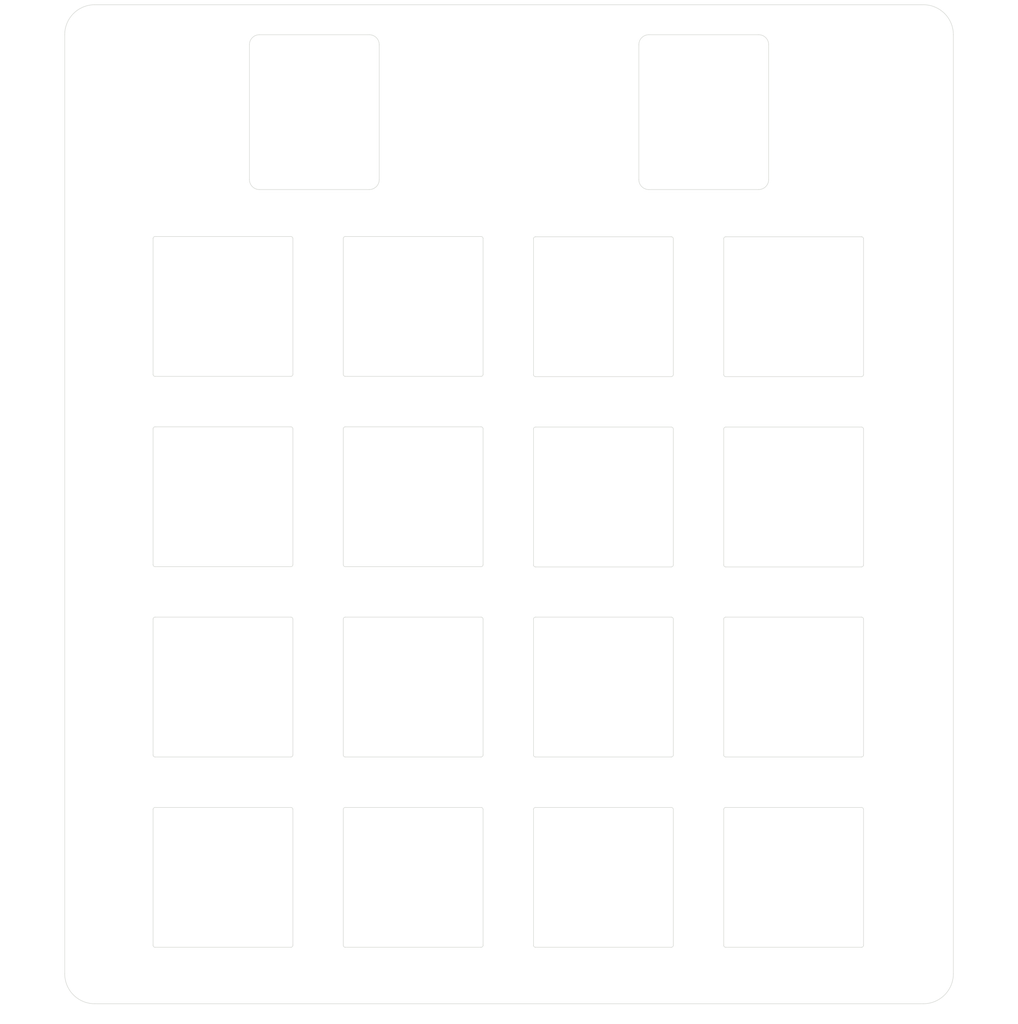
<source format=kicad_pcb>
(kicad_pcb (version 20171130) (host pcbnew "(5.1.5)-3")

  (general
    (thickness 1.6)
    (drawings 152)
    (tracks 0)
    (zones 0)
    (modules 4)
    (nets 1)
  )

  (page A4)
  (layers
    (0 F.Cu signal)
    (31 B.Cu signal)
    (32 B.Adhes user)
    (33 F.Adhes user)
    (34 B.Paste user)
    (35 F.Paste user)
    (36 B.SilkS user)
    (37 F.SilkS user)
    (38 B.Mask user)
    (39 F.Mask user)
    (40 Dwgs.User user)
    (41 Cmts.User user)
    (42 Eco1.User user)
    (43 Eco2.User user)
    (44 Edge.Cuts user)
    (45 Margin user)
    (46 B.CrtYd user)
    (47 F.CrtYd user)
    (48 B.Fab user)
    (49 F.Fab user)
  )

  (setup
    (last_trace_width 0.25)
    (trace_clearance 0.2)
    (zone_clearance 0.508)
    (zone_45_only no)
    (trace_min 0.2)
    (via_size 0.8)
    (via_drill 0.4)
    (via_min_size 0.4)
    (via_min_drill 0.3)
    (uvia_size 0.3)
    (uvia_drill 0.1)
    (uvias_allowed no)
    (uvia_min_size 0.2)
    (uvia_min_drill 0.1)
    (edge_width 0.05)
    (segment_width 0.2)
    (pcb_text_width 0.3)
    (pcb_text_size 1.5 1.5)
    (mod_edge_width 0.12)
    (mod_text_size 1 1)
    (mod_text_width 0.15)
    (pad_size 1.524 1.524)
    (pad_drill 0.762)
    (pad_to_mask_clearance 0.051)
    (solder_mask_min_width 0.25)
    (aux_axis_origin 0 0)
    (visible_elements 7FFFFFFF)
    (pcbplotparams
      (layerselection 0x01000_7ffffffe)
      (usegerberextensions false)
      (usegerberattributes false)
      (usegerberadvancedattributes false)
      (creategerberjobfile false)
      (excludeedgelayer true)
      (linewidth 0.100000)
      (plotframeref false)
      (viasonmask false)
      (mode 1)
      (useauxorigin false)
      (hpglpennumber 1)
      (hpglpenspeed 20)
      (hpglpendiameter 15.000000)
      (psnegative false)
      (psa4output false)
      (plotreference true)
      (plotvalue true)
      (plotinvisibletext false)
      (padsonsilk false)
      (subtractmaskfromsilk false)
      (outputformat 3)
      (mirror false)
      (drillshape 0)
      (scaleselection 1)
      (outputdirectory "./"))
  )

  (net 0 "")

  (net_class Default "This is the default net class."
    (clearance 0.2)
    (trace_width 0.25)
    (via_dia 0.8)
    (via_drill 0.4)
    (uvia_dia 0.3)
    (uvia_drill 0.1)
  )

  (module MountingHole:MountingHole_3.2mm_M3 (layer F.Cu) (tedit 56D1B4CB) (tstamp 5F3C3154)
    (at 188.15 148.55)
    (descr "Mounting Hole 3.2mm, no annular, M3")
    (tags "mounting hole 3.2mm no annular m3")
    (attr virtual)
    (fp_text reference REF** (at 0 -4.2) (layer F.SilkS) hide
      (effects (font (size 1 1) (thickness 0.15)))
    )
    (fp_text value MountingHole_3.2mm_M3 (at 0 4.2) (layer F.Fab)
      (effects (font (size 1 1) (thickness 0.15)))
    )
    (fp_text user %R (at 0.3 0) (layer F.Fab) hide
      (effects (font (size 1 1) (thickness 0.15)))
    )
    (fp_circle (center 0 0) (end 3.2 0) (layer Cmts.User) (width 0.15))
    (fp_circle (center 0 0) (end 3.45 0) (layer F.CrtYd) (width 0.05))
    (pad 1 np_thru_hole circle (at 0 0) (size 3.2 3.2) (drill 3.2) (layers *.Cu *.Mask))
  )

  (module MountingHole:MountingHole_3.2mm_M3 (layer F.Cu) (tedit 56D1B4CB) (tstamp 5F3C3146)
    (at 105.15 148.55)
    (descr "Mounting Hole 3.2mm, no annular, M3")
    (tags "mounting hole 3.2mm no annular m3")
    (attr virtual)
    (fp_text reference REF** (at 0 -4.2) (layer F.SilkS) hide
      (effects (font (size 1 1) (thickness 0.15)))
    )
    (fp_text value MountingHole_3.2mm_M3 (at 0 4.2) (layer F.Fab)
      (effects (font (size 1 1) (thickness 0.15)))
    )
    (fp_circle (center 0 0) (end 3.45 0) (layer F.CrtYd) (width 0.05))
    (fp_circle (center 0 0) (end 3.2 0) (layer Cmts.User) (width 0.15))
    (fp_text user %R (at 0.3 0) (layer F.Fab) hide
      (effects (font (size 1 1) (thickness 0.15)))
    )
    (pad 1 np_thru_hole circle (at 0 0) (size 3.2 3.2) (drill 3.2) (layers *.Cu *.Mask))
  )

  (module MountingHole:MountingHole_3.2mm_M3 (layer F.Cu) (tedit 56D1B4CB) (tstamp 5F3C3138)
    (at 105.15 54.55)
    (descr "Mounting Hole 3.2mm, no annular, M3")
    (tags "mounting hole 3.2mm no annular m3")
    (attr virtual)
    (fp_text reference REF** (at 0 -4.2) (layer F.SilkS) hide
      (effects (font (size 1 1) (thickness 0.15)))
    )
    (fp_text value MountingHole_3.2mm_M3 (at 0 4.2) (layer F.Fab)
      (effects (font (size 1 1) (thickness 0.15)))
    )
    (fp_text user %R (at 0.3 0) (layer F.Fab) hide
      (effects (font (size 1 1) (thickness 0.15)))
    )
    (fp_circle (center 0 0) (end 3.2 0) (layer Cmts.User) (width 0.15))
    (fp_circle (center 0 0) (end 3.45 0) (layer F.CrtYd) (width 0.05))
    (pad 1 np_thru_hole circle (at 0 0) (size 3.2 3.2) (drill 3.2) (layers *.Cu *.Mask))
  )

  (module MountingHole:MountingHole_3.2mm_M3 (layer F.Cu) (tedit 56D1B4CB) (tstamp 5F3C311B)
    (at 188.15 54.55)
    (descr "Mounting Hole 3.2mm, no annular, M3")
    (tags "mounting hole 3.2mm no annular m3")
    (attr virtual)
    (fp_text reference REF** (at 0 -4.2) (layer F.SilkS) hide
      (effects (font (size 1 1) (thickness 0.15)))
    )
    (fp_text value MountingHole_3.2mm_M3 (at 0 4.2) (layer F.Fab)
      (effects (font (size 1 1) (thickness 0.15)))
    )
    (fp_circle (center 0 0) (end 3.45 0) (layer F.CrtYd) (width 0.05))
    (fp_circle (center 0 0) (end 3.2 0) (layer Cmts.User) (width 0.15))
    (fp_text user %R (at 0.3 0) (layer F.Fab) hide
      (effects (font (size 1 1) (thickness 0.15)))
    )
    (pad 1 np_thru_hole circle (at 0 0) (size 3.2 3.2) (drill 3.2) (layers *.Cu *.Mask))
  )

  (gr_arc (start 188.15 54.55) (end 191.15 54.55) (angle -90) (layer Edge.Cuts) (width 0.05))
  (gr_arc (start 181.949999 88.574999) (end 181.95 88.775) (angle -90) (layer Edge.Cuts) (width 0.05) (tstamp 5F3BD8AB))
  (gr_line (start 181.95 88.775) (end 168.35 88.775) (layer Edge.Cuts) (width 0.05) (tstamp 5F3BD8AA))
  (gr_line (start 182.149999 74.975) (end 182.149999 88.575) (layer Edge.Cuts) (width 0.05) (tstamp 5F3BD8A9))
  (gr_arc (start 168.35 74.974999) (end 168.35 74.775) (angle -90) (layer Edge.Cuts) (width 0.05) (tstamp 5F3BD8A8))
  (gr_arc (start 168.35 88.574999) (end 168.15 88.575) (angle -90) (layer Edge.Cuts) (width 0.05) (tstamp 5F3BD8A7))
  (gr_arc (start 181.949999 74.975) (end 182.149999 74.975) (angle -90) (layer Edge.Cuts) (width 0.05) (tstamp 5F3BD8A6))
  (gr_line (start 168.15 88.575) (end 168.15 74.974999) (layer Edge.Cuts) (width 0.05) (tstamp 5F3BD8A5))
  (gr_line (start 168.35 74.775) (end 181.95 74.775) (layer Edge.Cuts) (width 0.05) (tstamp 5F3BD8A4))
  (gr_line (start 168.35 93.825) (end 181.95 93.825) (layer Edge.Cuts) (width 0.05) (tstamp 5F3BD8A3))
  (gr_line (start 182.149999 94.025) (end 182.149999 107.625) (layer Edge.Cuts) (width 0.05) (tstamp 5F3BD8A2))
  (gr_arc (start 181.95 94.025) (end 182.149999 94.025) (angle -90) (layer Edge.Cuts) (width 0.05) (tstamp 5F3BD8A1))
  (gr_arc (start 168.35 107.625) (end 168.15 107.625) (angle -90) (layer Edge.Cuts) (width 0.05) (tstamp 5F3BD8A0))
  (gr_line (start 181.95 107.825) (end 168.35 107.825) (layer Edge.Cuts) (width 0.05) (tstamp 5F3BD89F))
  (gr_arc (start 181.949999 107.625) (end 181.95 107.825) (angle -90) (layer Edge.Cuts) (width 0.05) (tstamp 5F3BD89E))
  (gr_line (start 168.15 107.625) (end 168.15 94.024999) (layer Edge.Cuts) (width 0.05) (tstamp 5F3BD89D))
  (gr_arc (start 168.35 94.025) (end 168.35 93.825) (angle -90) (layer Edge.Cuts) (width 0.05) (tstamp 5F3BD89C))
  (gr_line (start 149.1 88.575) (end 149.1 74.974999) (layer Edge.Cuts) (width 0.05) (tstamp 5F3BD89B))
  (gr_arc (start 162.899999 88.575) (end 162.9 88.775) (angle -90) (layer Edge.Cuts) (width 0.05) (tstamp 5F3BD89A))
  (gr_arc (start 149.299999 74.974999) (end 149.3 74.775) (angle -90) (layer Edge.Cuts) (width 0.05) (tstamp 5F3BD899))
  (gr_arc (start 162.899999 107.625) (end 162.9 107.825) (angle -90) (layer Edge.Cuts) (width 0.05) (tstamp 5F3BD898))
  (gr_line (start 163.1 74.975) (end 163.1 88.575) (layer Edge.Cuts) (width 0.05) (tstamp 5F3BD897))
  (gr_line (start 162.9 88.775) (end 149.299999 88.775) (layer Edge.Cuts) (width 0.05) (tstamp 5F3BD896))
  (gr_arc (start 149.3 94.025) (end 149.299999 93.825) (angle -90) (layer Edge.Cuts) (width 0.05) (tstamp 5F3BD895))
  (gr_arc (start 149.3 107.624999) (end 149.1 107.625) (angle -90) (layer Edge.Cuts) (width 0.05) (tstamp 5F3BD894))
  (gr_line (start 163.1 94.025) (end 163.1 107.625) (layer Edge.Cuts) (width 0.05) (tstamp 5F3BD893))
  (gr_arc (start 162.9 94.024999) (end 163.1 94.025) (angle -90) (layer Edge.Cuts) (width 0.05) (tstamp 5F3BD892))
  (gr_line (start 149.299999 93.825) (end 162.9 93.825) (layer Edge.Cuts) (width 0.05) (tstamp 5F3BD891))
  (gr_line (start 162.9 107.825) (end 149.3 107.825) (layer Edge.Cuts) (width 0.05) (tstamp 5F3BD890))
  (gr_line (start 149.1 107.625) (end 149.1 94.024999) (layer Edge.Cuts) (width 0.05) (tstamp 5F3BD88F))
  (gr_arc (start 149.3 88.574999) (end 149.1 88.575) (angle -90) (layer Edge.Cuts) (width 0.05) (tstamp 5F3BD88E))
  (gr_arc (start 162.9 74.975) (end 163.1 74.975) (angle -90) (layer Edge.Cuts) (width 0.05) (tstamp 5F3BD88D))
  (gr_line (start 149.3 74.775) (end 162.899999 74.775) (layer Edge.Cuts) (width 0.05) (tstamp 5F3BD88C))
  (gr_line (start 159.65 69.05) (end 159.65 55.55) (layer Edge.Cuts) (width 0.05))
  (gr_line (start 168.35 112.85) (end 181.949999 112.85) (layer Edge.Cuts) (width 0.05))
  (gr_arc (start 121.65 55.549999) (end 121.65 54.55) (angle -90) (layer Edge.Cuts) (width 0.05) (tstamp 5F3BD5F5))
  (gr_arc (start 160.65 69.05) (end 159.65 69.05) (angle -90) (layer Edge.Cuts) (width 0.05))
  (gr_line (start 171.65 70.05) (end 160.65 70.05) (layer Edge.Cuts) (width 0.05))
  (gr_line (start 181.949999 126.85) (end 168.35 126.85) (layer Edge.Cuts) (width 0.05))
  (gr_line (start 182.149999 113.05) (end 182.149999 126.65) (layer Edge.Cuts) (width 0.05))
  (gr_arc (start 143.849999 88.549999) (end 143.85 88.75) (angle -90) (layer Edge.Cuts) (width 0.05))
  (gr_arc (start 168.35 113.05) (end 168.35 112.85) (angle -90) (layer Edge.Cuts) (width 0.05))
  (gr_line (start 133.65 55.55) (end 133.65 69.05) (layer Edge.Cuts) (width 0.05))
  (gr_arc (start 121.65 69.05) (end 120.65 69.05) (angle -90) (layer Edge.Cuts) (width 0.05))
  (gr_line (start 168.15 126.65) (end 168.15 113.05) (layer Edge.Cuts) (width 0.05))
  (gr_line (start 143.85 88.75) (end 130.25 88.75) (layer Edge.Cuts) (width 0.05))
  (gr_arc (start 168.35 126.65) (end 168.15 126.65) (angle -90) (layer Edge.Cuts) (width 0.05))
  (gr_line (start 144.049999 74.95) (end 144.049999 88.55) (layer Edge.Cuts) (width 0.05))
  (gr_arc (start 130.25 74.949999) (end 130.25 74.75) (angle -90) (layer Edge.Cuts) (width 0.05))
  (gr_arc (start 132.65 55.549999) (end 133.65 55.55) (angle -90) (layer Edge.Cuts) (width 0.05) (tstamp 5F3BD5F8))
  (gr_arc (start 181.949999 126.65) (end 181.949999 126.85) (angle -90) (layer Edge.Cuts) (width 0.05))
  (gr_arc (start 132.65 69.05) (end 132.65 70.05) (angle -90) (layer Edge.Cuts) (width 0.05))
  (gr_arc (start 130.25 88.549999) (end 130.05 88.55) (angle -90) (layer Edge.Cuts) (width 0.05))
  (gr_arc (start 181.949999 113.05) (end 182.149999 113.05) (angle -90) (layer Edge.Cuts) (width 0.05))
  (gr_arc (start 171.65 55.55) (end 172.65 55.55) (angle -90) (layer Edge.Cuts) (width 0.05))
  (gr_line (start 120.65 69.05) (end 120.650001 55.549999) (layer Edge.Cuts) (width 0.05))
  (gr_line (start 132.65 70.05) (end 121.65 70.05) (layer Edge.Cuts) (width 0.05))
  (gr_arc (start 143.849999 74.95) (end 144.049999 74.95) (angle -90) (layer Edge.Cuts) (width 0.05))
  (gr_line (start 130.05 88.55) (end 130.05 74.949999) (layer Edge.Cuts) (width 0.05))
  (gr_line (start 160.65 54.55) (end 171.649999 54.55) (layer Edge.Cuts) (width 0.05))
  (gr_arc (start 171.65 69.05) (end 171.65 70.05) (angle -90) (layer Edge.Cuts) (width 0.05))
  (gr_line (start 121.65 54.55) (end 132.65 54.55) (layer Edge.Cuts) (width 0.05) (tstamp 5F3BD5FB))
  (gr_line (start 130.25 74.75) (end 143.85 74.75) (layer Edge.Cuts) (width 0.05))
  (gr_arc (start 160.65 55.55) (end 160.65 54.55) (angle -90) (layer Edge.Cuts) (width 0.05))
  (gr_line (start 111.2 112.85) (end 124.8 112.85) (layer Edge.Cuts) (width 0.05))
  (gr_line (start 124.8 126.85) (end 111.2 126.85) (layer Edge.Cuts) (width 0.05))
  (gr_arc (start 162.899999 126.65) (end 162.9 126.85) (angle -90) (layer Edge.Cuts) (width 0.05))
  (gr_line (start 130.25 93.8) (end 143.85 93.8) (layer Edge.Cuts) (width 0.05))
  (gr_line (start 149.1 126.65) (end 149.1 113.05) (layer Edge.Cuts) (width 0.05))
  (gr_line (start 144.049999 94) (end 144.049999 107.6) (layer Edge.Cuts) (width 0.05))
  (gr_arc (start 143.85 94) (end 144.049999 94) (angle -90) (layer Edge.Cuts) (width 0.05))
  (gr_line (start 125 132.1) (end 125 145.7) (layer Edge.Cuts) (width 0.05))
  (gr_arc (start 181.949999 132.1) (end 182.149999 132.1) (angle -90) (layer Edge.Cuts) (width 0.05))
  (gr_arc (start 124.8 132.1) (end 125 132.1) (angle -90) (layer Edge.Cuts) (width 0.05))
  (gr_line (start 111 145.7) (end 111 132.1) (layer Edge.Cuts) (width 0.05))
  (gr_arc (start 111.199999 113.049999) (end 111.2 112.85) (angle -90) (layer Edge.Cuts) (width 0.05))
  (gr_arc (start 130.25 145.7) (end 130.05 145.7) (angle -90) (layer Edge.Cuts) (width 0.05))
  (gr_line (start 163.1 113.05) (end 163.1 126.65) (layer Edge.Cuts) (width 0.05))
  (gr_arc (start 130.25 107.6) (end 130.05 107.6) (angle -90) (layer Edge.Cuts) (width 0.05))
  (gr_arc (start 111.199999 132.1) (end 111.2 131.9) (angle -90) (layer Edge.Cuts) (width 0.05))
  (gr_line (start 124.8 145.9) (end 111.2 145.9) (layer Edge.Cuts) (width 0.05))
  (gr_arc (start 124.799999 126.65) (end 124.8 126.85) (angle -90) (layer Edge.Cuts) (width 0.05))
  (gr_line (start 125 113.05) (end 125 126.65) (layer Edge.Cuts) (width 0.05))
  (gr_line (start 130.05 145.7) (end 130.05 132.1) (layer Edge.Cuts) (width 0.05))
  (gr_arc (start 149.3 126.65) (end 149.1 126.65) (angle -90) (layer Edge.Cuts) (width 0.05))
  (gr_line (start 162.9 126.85) (end 149.3 126.85) (layer Edge.Cuts) (width 0.05))
  (gr_line (start 111.2 131.9) (end 124.8 131.9) (layer Edge.Cuts) (width 0.05))
  (gr_line (start 149.3 112.85) (end 162.9 112.85) (layer Edge.Cuts) (width 0.05))
  (gr_line (start 143.85 107.8) (end 130.25 107.8) (layer Edge.Cuts) (width 0.05))
  (gr_arc (start 143.849999 107.6) (end 143.85 107.8) (angle -90) (layer Edge.Cuts) (width 0.05))
  (gr_line (start 182.149999 132.1) (end 182.149999 145.7) (layer Edge.Cuts) (width 0.05))
  (gr_arc (start 111.2 126.65) (end 111 126.65) (angle -90) (layer Edge.Cuts) (width 0.05))
  (gr_line (start 144.049999 132.1) (end 144.049999 145.7) (layer Edge.Cuts) (width 0.05))
  (gr_arc (start 143.85 145.7) (end 143.85 145.9) (angle -90) (layer Edge.Cuts) (width 0.05))
  (gr_arc (start 162.9 113.05) (end 163.1 113.05) (angle -90) (layer Edge.Cuts) (width 0.05))
  (gr_line (start 111 126.65) (end 111 113.05) (layer Edge.Cuts) (width 0.05))
  (gr_arc (start 124.8 145.7) (end 124.8 145.9) (angle -90) (layer Edge.Cuts) (width 0.05))
  (gr_arc (start 143.849999 132.1) (end 144.049999 132.1) (angle -90) (layer Edge.Cuts) (width 0.05))
  (gr_arc (start 111.199999 145.7) (end 111 145.7) (angle -90) (layer Edge.Cuts) (width 0.05))
  (gr_arc (start 124.8 113.05) (end 125 113.05) (angle -90) (layer Edge.Cuts) (width 0.05))
  (gr_line (start 130.25 131.9) (end 143.85 131.9) (layer Edge.Cuts) (width 0.05))
  (gr_arc (start 130.249999 132.1) (end 130.25 131.9) (angle -90) (layer Edge.Cuts) (width 0.05))
  (gr_line (start 130.05 107.6) (end 130.05 93.999999) (layer Edge.Cuts) (width 0.05))
  (gr_line (start 143.85 145.9) (end 130.25 145.9) (layer Edge.Cuts) (width 0.05))
  (gr_arc (start 149.299999 113.049999) (end 149.3 112.85) (angle -90) (layer Edge.Cuts) (width 0.05))
  (gr_arc (start 130.25 94) (end 130.25 93.8) (angle -90) (layer Edge.Cuts) (width 0.05))
  (gr_line (start 111 88.55) (end 111 74.949999) (layer Edge.Cuts) (width 0.05))
  (gr_line (start 168.15 145.7) (end 168.15 132.1) (layer Edge.Cuts) (width 0.05))
  (gr_line (start 130.25 112.85) (end 143.85 112.85) (layer Edge.Cuts) (width 0.05))
  (gr_arc (start 124.799999 88.55) (end 124.8 88.75) (angle -90) (layer Edge.Cuts) (width 0.05))
  (gr_arc (start 111.199999 74.949999) (end 111.2 74.75) (angle -90) (layer Edge.Cuts) (width 0.05))
  (gr_arc (start 124.799999 107.6) (end 124.8 107.8) (angle -90) (layer Edge.Cuts) (width 0.05))
  (gr_arc (start 168.35 145.7) (end 168.15 145.7) (angle -90) (layer Edge.Cuts) (width 0.05))
  (gr_line (start 149.3 131.9) (end 162.9 131.9) (layer Edge.Cuts) (width 0.05))
  (gr_arc (start 130.249999 113.049999) (end 130.25 112.85) (angle -90) (layer Edge.Cuts) (width 0.05))
  (gr_line (start 144.049999 113.05) (end 144.049999 126.65) (layer Edge.Cuts) (width 0.05))
  (gr_line (start 163.1 132.1) (end 163.1 145.7) (layer Edge.Cuts) (width 0.05))
  (gr_line (start 125 74.95) (end 125 88.55) (layer Edge.Cuts) (width 0.05))
  (gr_line (start 181.949999 145.9) (end 168.35 145.9) (layer Edge.Cuts) (width 0.05))
  (gr_arc (start 149.3 145.7) (end 149.1 145.7) (angle -90) (layer Edge.Cuts) (width 0.05))
  (gr_line (start 124.8 88.75) (end 111.199999 88.75) (layer Edge.Cuts) (width 0.05))
  (gr_arc (start 111.2 94) (end 111.199999 93.8) (angle -90) (layer Edge.Cuts) (width 0.05))
  (gr_line (start 162.9 145.9) (end 149.3 145.9) (layer Edge.Cuts) (width 0.05))
  (gr_arc (start 111.2 107.599999) (end 111 107.6) (angle -90) (layer Edge.Cuts) (width 0.05))
  (gr_arc (start 181.95 145.7) (end 181.949999 145.9) (angle -90) (layer Edge.Cuts) (width 0.05))
  (gr_arc (start 149.299999 132.1) (end 149.3 131.9) (angle -90) (layer Edge.Cuts) (width 0.05))
  (gr_arc (start 162.9 145.7) (end 162.9 145.9) (angle -90) (layer Edge.Cuts) (width 0.05))
  (gr_line (start 125 94) (end 125 107.6) (layer Edge.Cuts) (width 0.05))
  (gr_arc (start 124.8 93.999999) (end 125 94) (angle -90) (layer Edge.Cuts) (width 0.05))
  (gr_line (start 111.199999 93.8) (end 124.8 93.8) (layer Edge.Cuts) (width 0.05))
  (gr_line (start 124.8 107.8) (end 111.2 107.8) (layer Edge.Cuts) (width 0.05))
  (gr_line (start 111 107.6) (end 111 93.999999) (layer Edge.Cuts) (width 0.05))
  (gr_arc (start 111.2 88.549999) (end 111 88.55) (angle -90) (layer Edge.Cuts) (width 0.05))
  (gr_arc (start 130.25 126.65) (end 130.05 126.65) (angle -90) (layer Edge.Cuts) (width 0.05))
  (gr_line (start 149.1 145.7) (end 149.1 132.1) (layer Edge.Cuts) (width 0.05))
  (gr_arc (start 143.849999 113.05) (end 144.049999 113.05) (angle -90) (layer Edge.Cuts) (width 0.05))
  (gr_line (start 130.05 126.65) (end 130.05 113.05) (layer Edge.Cuts) (width 0.05))
  (gr_arc (start 124.8 74.95) (end 125 74.95) (angle -90) (layer Edge.Cuts) (width 0.05))
  (gr_arc (start 143.849999 126.65) (end 143.85 126.85) (angle -90) (layer Edge.Cuts) (width 0.05))
  (gr_arc (start 162.9 132.1) (end 163.1 132.1) (angle -90) (layer Edge.Cuts) (width 0.05))
  (gr_line (start 143.85 126.85) (end 130.25 126.85) (layer Edge.Cuts) (width 0.05))
  (gr_line (start 111.2 74.75) (end 124.799999 74.75) (layer Edge.Cuts) (width 0.05))
  (gr_line (start 168.35 131.9) (end 181.949999 131.9) (layer Edge.Cuts) (width 0.05))
  (gr_arc (start 168.35 132.1) (end 168.35 131.9) (angle -90) (layer Edge.Cuts) (width 0.05))
  (gr_line (start 188.15 151.55) (end 105.15 151.55) (layer Edge.Cuts) (width 0.05))
  (gr_line (start 191.15 54.55) (end 191.15 148.55) (layer Edge.Cuts) (width 0.05))
  (gr_line (start 105.15 51.55) (end 188.15 51.55) (layer Edge.Cuts) (width 0.05))
  (gr_line (start 172.65 55.55) (end 172.65 69.05) (layer Edge.Cuts) (width 0.05))
  (gr_line (start 102.15 148.55) (end 102.15 54.55) (layer Edge.Cuts) (width 0.05))
  (gr_arc (start 105.15 148.55) (end 102.15 148.55) (angle -90) (layer Edge.Cuts) (width 0.05))
  (gr_arc (start 105.15 54.55) (end 105.15 51.55) (angle -90) (layer Edge.Cuts) (width 0.05))
  (gr_arc (start 188.15 148.55) (end 188.15 151.55) (angle -90) (layer Edge.Cuts) (width 0.05))

)

</source>
